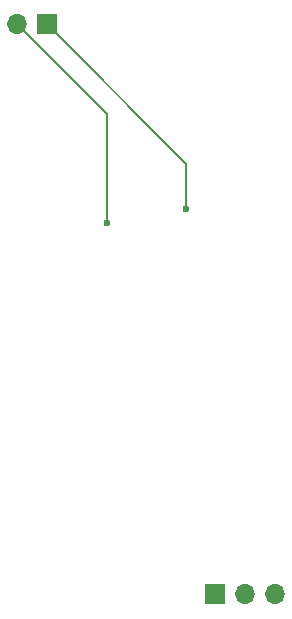
<source format=gbr>
%TF.GenerationSoftware,KiCad,Pcbnew,9.0.0*%
%TF.CreationDate,2025-06-18T18:11:36+02:00*%
%TF.ProjectId,SHT35_Board,53485433-355f-4426-9f61-72642e6b6963,rev?*%
%TF.SameCoordinates,Original*%
%TF.FileFunction,Copper,L2,Bot*%
%TF.FilePolarity,Positive*%
%FSLAX46Y46*%
G04 Gerber Fmt 4.6, Leading zero omitted, Abs format (unit mm)*
G04 Created by KiCad (PCBNEW 9.0.0) date 2025-06-18 18:11:36*
%MOMM*%
%LPD*%
G01*
G04 APERTURE LIST*
%TA.AperFunction,ComponentPad*%
%ADD10R,1.700000X1.700000*%
%TD*%
%TA.AperFunction,ComponentPad*%
%ADD11O,1.700000X1.700000*%
%TD*%
%TA.AperFunction,ViaPad*%
%ADD12C,0.600000*%
%TD*%
%TA.AperFunction,Conductor*%
%ADD13C,0.200000*%
%TD*%
G04 APERTURE END LIST*
D10*
%TO.P,J1,1,Pin_1*%
%TO.N,/3.3V*%
X186484000Y-114645000D03*
D11*
%TO.P,J1,2,Pin_2*%
%TO.N,unconnected-(J1-Pin_2-Pad2)*%
X189024000Y-114645000D03*
%TO.P,J1,3,Pin_3*%
%TO.N,GND*%
X191564000Y-114645000D03*
%TD*%
D10*
%TO.P,J2,1,Pin_1*%
%TO.N,/SDA1*%
X172260000Y-66385000D03*
D11*
%TO.P,J2,2,Pin_2*%
%TO.N,/SCL1*%
X169720000Y-66385000D03*
%TD*%
D12*
%TO.N,/SCL1*%
X177320000Y-83250000D03*
%TO.N,/SDA1*%
X184070000Y-81990000D03*
%TD*%
D13*
%TO.N,/SCL1*%
X177320000Y-83250000D02*
X177320000Y-73985000D01*
X177320000Y-73985000D02*
X169720000Y-66385000D01*
%TO.N,/SDA1*%
X184070000Y-81990000D02*
X184070000Y-78195000D01*
X184070000Y-78195000D02*
X172260000Y-66385000D01*
%TD*%
M02*

</source>
